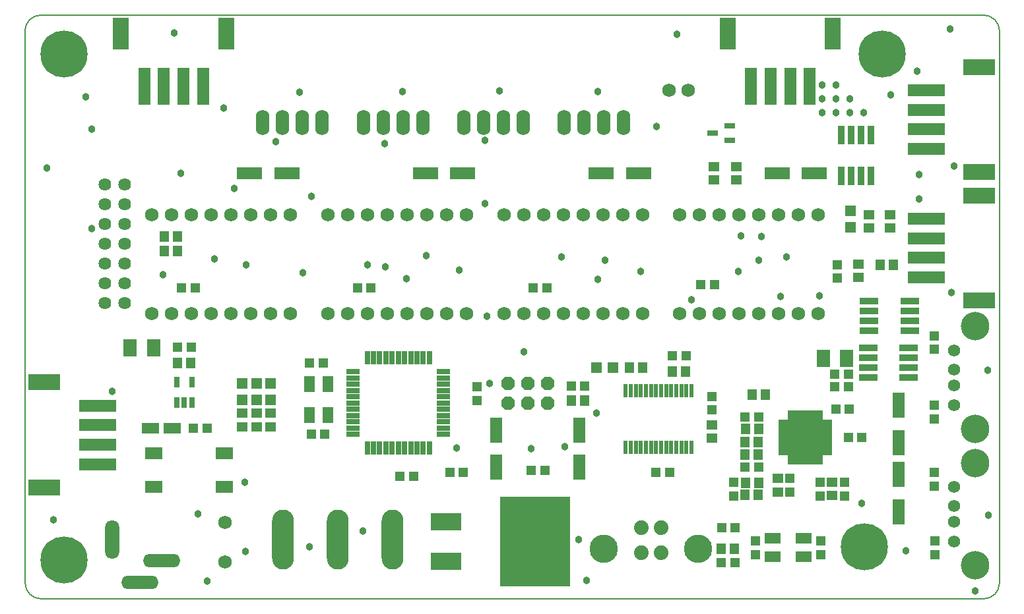
<source format=gts>
%FSLAX23Y23*%
%MOIN*%
G70*
G01*
G75*
G04 Layer_Color=8388736*
%ADD10C,0.008*%
%ADD11C,0.020*%
%ADD12C,0.010*%
%ADD13C,0.030*%
%ADD14R,0.048X0.048*%
%ADD15R,0.048X0.048*%
%ADD16R,0.071X0.048*%
%ADD17R,0.048X0.071*%
%ADD18R,0.087X0.024*%
%ADD19R,0.038X0.012*%
%ADD20R,0.012X0.038*%
%ADD21R,0.173X0.173*%
%ADD22R,0.060X0.020*%
%ADD23R,0.020X0.060*%
%ADD24R,0.022X0.048*%
%ADD25R,0.016X0.060*%
%ADD26R,0.150X0.082*%
%ADD27R,0.350X0.450*%
%ADD28R,0.083X0.052*%
%ADD29R,0.040X0.044*%
%ADD30R,0.044X0.040*%
%ADD31R,0.024X0.087*%
%ADD32R,0.046X0.021*%
%ADD33R,0.178X0.052*%
%ADD34R,0.154X0.071*%
%ADD35R,0.052X0.178*%
%ADD36R,0.071X0.154*%
%ADD37R,0.056X0.119*%
%ADD38R,0.043X0.042*%
%ADD39R,0.042X0.043*%
%ADD40R,0.060X0.079*%
%ADD41R,0.119X0.056*%
%ADD42R,0.079X0.048*%
%ADD43C,0.040*%
%ADD44C,0.012*%
%ADD45C,0.015*%
%ADD46C,0.006*%
%ADD47O,0.060X0.120*%
%ADD48C,0.054*%
%ADD49C,0.137*%
%ADD50C,0.060*%
%ADD51O,0.102X0.295*%
%ADD52O,0.181X0.059*%
%ADD53O,0.063X0.189*%
%ADD54C,0.066*%
%ADD55C,0.135*%
%ADD56P,0.065X8X22.5*%
%ADD57C,0.230*%
%ADD58C,0.056*%
%ADD59C,0.030*%
%ADD60C,0.040*%
%ADD61C,0.000*%
%ADD62C,0.004*%
%ADD63C,0.005*%
%ADD64R,0.006X0.012*%
%ADD65R,0.006X0.012*%
%ADD66R,0.012X0.012*%
%ADD67R,0.008X0.008*%
%ADD68R,0.098X0.056*%
%ADD69R,0.056X0.056*%
%ADD70R,0.056X0.056*%
%ADD71R,0.079X0.056*%
%ADD72R,0.056X0.079*%
%ADD73R,0.095X0.032*%
%ADD74R,0.046X0.020*%
%ADD75R,0.020X0.046*%
%ADD76R,0.181X0.181*%
%ADD77R,0.068X0.028*%
%ADD78R,0.028X0.068*%
%ADD79R,0.030X0.056*%
%ADD80R,0.024X0.068*%
%ADD81R,0.158X0.090*%
%ADD82R,0.358X0.458*%
%ADD83R,0.091X0.060*%
%ADD84R,0.048X0.052*%
%ADD85R,0.052X0.048*%
%ADD86R,0.032X0.095*%
%ADD87R,0.054X0.029*%
%ADD88R,0.186X0.060*%
%ADD89R,0.162X0.079*%
%ADD90R,0.060X0.186*%
%ADD91R,0.079X0.162*%
%ADD92R,0.064X0.127*%
%ADD93R,0.051X0.050*%
%ADD94R,0.050X0.051*%
%ADD95R,0.068X0.087*%
%ADD96R,0.127X0.064*%
%ADD97R,0.087X0.056*%
%ADD98O,0.068X0.128*%
%ADD99C,0.062*%
%ADD100C,0.144*%
%ADD101C,0.068*%
%ADD102O,0.110X0.303*%
%ADD103O,0.189X0.067*%
%ADD104O,0.071X0.197*%
%ADD105C,0.074*%
%ADD106C,0.143*%
%ADD107P,0.074X8X22.5*%
%ADD108C,0.238*%
%ADD109C,0.064*%
%ADD110C,0.038*%
D46*
X79Y2953D02*
G03*
X0Y2875I-1J-79D01*
G01*
X4922D02*
G03*
X4843Y2953I-79J-1D01*
G01*
Y0D02*
G03*
X4922Y79I0J79D01*
G01*
X0D02*
G03*
X79Y0I79J0D01*
G01*
Y2953D02*
X4843D01*
X4922Y79D02*
Y2875D01*
X79Y0D02*
X4843D01*
X0Y79D02*
Y2875D01*
D69*
X4170Y1964D02*
D03*
Y1881D02*
D03*
X1240Y1090D02*
D03*
Y1007D02*
D03*
X1168Y1090D02*
D03*
Y1007D02*
D03*
X1096Y1090D02*
D03*
Y1007D02*
D03*
D70*
X2886Y1170D02*
D03*
X2969D02*
D03*
D71*
X3934Y212D02*
D03*
X3776D02*
D03*
X3934Y307D02*
D03*
X3776D02*
D03*
D72*
X1530Y1087D02*
D03*
Y929D02*
D03*
X1435Y1087D02*
D03*
Y929D02*
D03*
D73*
X4263Y1456D02*
D03*
X4468D02*
D03*
X4263Y1506D02*
D03*
Y1406D02*
D03*
Y1356D02*
D03*
X4468Y1506D02*
D03*
Y1406D02*
D03*
Y1356D02*
D03*
X4259Y1220D02*
D03*
X4464D02*
D03*
X4259Y1270D02*
D03*
Y1170D02*
D03*
Y1120D02*
D03*
X4464Y1270D02*
D03*
Y1170D02*
D03*
Y1120D02*
D03*
D74*
X4054Y737D02*
D03*
Y757D02*
D03*
Y777D02*
D03*
Y796D02*
D03*
Y816D02*
D03*
Y836D02*
D03*
Y855D02*
D03*
Y875D02*
D03*
Y895D02*
D03*
X3828D02*
D03*
Y875D02*
D03*
Y855D02*
D03*
Y836D02*
D03*
Y816D02*
D03*
Y796D02*
D03*
Y777D02*
D03*
Y757D02*
D03*
Y737D02*
D03*
D75*
X4020Y929D02*
D03*
X4000D02*
D03*
X3980D02*
D03*
X3961D02*
D03*
X3941D02*
D03*
X3921D02*
D03*
X3902D02*
D03*
X3882D02*
D03*
X3862D02*
D03*
Y703D02*
D03*
X3882D02*
D03*
X3902D02*
D03*
X3921D02*
D03*
X3941D02*
D03*
X3961D02*
D03*
X3980D02*
D03*
X4000D02*
D03*
X4020D02*
D03*
D76*
X3941Y816D02*
D03*
D77*
X1657Y1148D02*
D03*
Y1116D02*
D03*
Y1085D02*
D03*
Y1053D02*
D03*
Y1022D02*
D03*
Y990D02*
D03*
Y959D02*
D03*
Y927D02*
D03*
Y896D02*
D03*
Y864D02*
D03*
Y833D02*
D03*
X2114D02*
D03*
Y864D02*
D03*
Y896D02*
D03*
Y927D02*
D03*
Y959D02*
D03*
Y990D02*
D03*
Y1022D02*
D03*
Y1053D02*
D03*
Y1085D02*
D03*
Y1116D02*
D03*
Y1148D02*
D03*
D78*
X1728Y762D02*
D03*
X1759D02*
D03*
X1791D02*
D03*
X1822D02*
D03*
X1854D02*
D03*
X1885D02*
D03*
X1917D02*
D03*
X1948D02*
D03*
X1980D02*
D03*
X2011D02*
D03*
X2043D02*
D03*
Y1219D02*
D03*
X2011D02*
D03*
X1980D02*
D03*
X1948D02*
D03*
X1917D02*
D03*
X1885D02*
D03*
X1854D02*
D03*
X1822D02*
D03*
X1791D02*
D03*
X1759D02*
D03*
X1728D02*
D03*
D79*
X767Y1097D02*
D03*
X842D02*
D03*
Y994D02*
D03*
X804D02*
D03*
X767D02*
D03*
D80*
X3034Y766D02*
D03*
X3059D02*
D03*
X3085D02*
D03*
X3110D02*
D03*
X3136D02*
D03*
X3162D02*
D03*
X3187D02*
D03*
X3213D02*
D03*
X3239D02*
D03*
X3264D02*
D03*
X3290D02*
D03*
X3316D02*
D03*
X3341D02*
D03*
X3367D02*
D03*
Y1052D02*
D03*
X3341D02*
D03*
X3316D02*
D03*
X3290D02*
D03*
X3264D02*
D03*
X3239D02*
D03*
X3213D02*
D03*
X3187D02*
D03*
X3162D02*
D03*
X3136D02*
D03*
X3110D02*
D03*
X3085D02*
D03*
X3059D02*
D03*
X3034D02*
D03*
D81*
X2125Y391D02*
D03*
Y191D02*
D03*
D82*
X2575Y291D02*
D03*
D83*
X1007Y565D02*
D03*
Y735D02*
D03*
X648Y565D02*
D03*
Y735D02*
D03*
D84*
X3517Y252D02*
D03*
X3584D02*
D03*
X3637Y794D02*
D03*
X3704D02*
D03*
X3638Y858D02*
D03*
X3705D02*
D03*
X3673Y1033D02*
D03*
X3740D02*
D03*
X3704Y730D02*
D03*
X3637D02*
D03*
X3638Y587D02*
D03*
X3705D02*
D03*
X3637Y525D02*
D03*
X3704D02*
D03*
X769Y1760D02*
D03*
X702D02*
D03*
X769Y1832D02*
D03*
X702D02*
D03*
X4320Y1691D02*
D03*
X4387D02*
D03*
X2758Y1003D02*
D03*
X2825D02*
D03*
X837Y1194D02*
D03*
X770D02*
D03*
X3121Y1170D02*
D03*
X3054D02*
D03*
X3270Y1149D02*
D03*
X3337D02*
D03*
D85*
X4077Y522D02*
D03*
Y589D02*
D03*
X3803Y608D02*
D03*
Y541D02*
D03*
X4368Y1876D02*
D03*
Y1943D02*
D03*
X4264Y1942D02*
D03*
Y1875D02*
D03*
X3592Y2119D02*
D03*
Y2186D02*
D03*
X3480Y2185D02*
D03*
Y2118D02*
D03*
X4210Y1625D02*
D03*
Y1692D02*
D03*
X1168Y871D02*
D03*
Y938D02*
D03*
X1096Y871D02*
D03*
Y938D02*
D03*
X3470Y814D02*
D03*
Y881D02*
D03*
X1240Y871D02*
D03*
Y938D02*
D03*
D86*
X4174Y2140D02*
D03*
Y2345D02*
D03*
X4124Y2140D02*
D03*
X4224D02*
D03*
X4274D02*
D03*
X4124Y2345D02*
D03*
X4224D02*
D03*
X4274D02*
D03*
D87*
X3560Y2320D02*
D03*
Y2394D02*
D03*
X3474Y2357D02*
D03*
D88*
X4553Y2375D02*
D03*
Y2277D02*
D03*
Y2474D02*
D03*
Y2573D02*
D03*
Y1725D02*
D03*
Y1627D02*
D03*
Y1824D02*
D03*
Y1923D02*
D03*
X365Y879D02*
D03*
Y977D02*
D03*
Y780D02*
D03*
Y681D02*
D03*
D89*
X4821Y2159D02*
D03*
Y2691D02*
D03*
Y1509D02*
D03*
Y2041D02*
D03*
X97Y1095D02*
D03*
Y563D02*
D03*
D90*
X3865Y2592D02*
D03*
X3963D02*
D03*
X3766D02*
D03*
X3667D02*
D03*
X800D02*
D03*
X898D02*
D03*
X701D02*
D03*
X602D02*
D03*
D91*
X4081Y2860D02*
D03*
X3549D02*
D03*
X1016D02*
D03*
X484D02*
D03*
D92*
X4412Y441D02*
D03*
Y630D02*
D03*
X4413Y978D02*
D03*
Y789D02*
D03*
X2800Y665D02*
D03*
Y854D02*
D03*
X2380Y665D02*
D03*
Y854D02*
D03*
D93*
X4594Y638D02*
D03*
Y569D02*
D03*
X4596Y293D02*
D03*
Y224D02*
D03*
X4594Y1331D02*
D03*
Y1262D02*
D03*
Y978D02*
D03*
Y909D02*
D03*
X4017Y590D02*
D03*
Y521D02*
D03*
X3580Y590D02*
D03*
Y521D02*
D03*
X3689Y223D02*
D03*
Y292D02*
D03*
X4018Y293D02*
D03*
Y224D02*
D03*
X3864Y610D02*
D03*
Y541D02*
D03*
X4139Y589D02*
D03*
Y520D02*
D03*
X4104Y1622D02*
D03*
Y1691D02*
D03*
X2282Y1003D02*
D03*
Y1072D02*
D03*
X3470Y955D02*
D03*
Y1024D02*
D03*
D94*
X3518Y359D02*
D03*
X3587D02*
D03*
X3516Y183D02*
D03*
X3585D02*
D03*
X4090Y1074D02*
D03*
X4159D02*
D03*
X3705Y666D02*
D03*
X3636D02*
D03*
X4158Y816D02*
D03*
X4227D02*
D03*
X4095Y958D02*
D03*
X4164D02*
D03*
X3706Y919D02*
D03*
X3637D02*
D03*
X4090Y1137D02*
D03*
X4159D02*
D03*
X3414Y1588D02*
D03*
X3483D02*
D03*
X2566Y1572D02*
D03*
X2635D02*
D03*
X1678D02*
D03*
X1747D02*
D03*
X790D02*
D03*
X859D02*
D03*
X1893Y620D02*
D03*
X1962D02*
D03*
X1514Y832D02*
D03*
X1445D02*
D03*
X1506Y1192D02*
D03*
X1437D02*
D03*
X770Y1274D02*
D03*
X839D02*
D03*
X2827Y1076D02*
D03*
X2758D02*
D03*
X849Y863D02*
D03*
X918D02*
D03*
X2626Y650D02*
D03*
X2557D02*
D03*
X3269Y1228D02*
D03*
X3338D02*
D03*
X3186Y640D02*
D03*
X3255D02*
D03*
X2214D02*
D03*
X2145D02*
D03*
D95*
X4032Y1217D02*
D03*
X4151D02*
D03*
X650Y1271D02*
D03*
X531D02*
D03*
D96*
X3987Y2152D02*
D03*
X3798D02*
D03*
X3099D02*
D03*
X2910D02*
D03*
X2211D02*
D03*
X2022D02*
D03*
X1323D02*
D03*
X1134D02*
D03*
D97*
X632Y863D02*
D03*
X743D02*
D03*
D98*
X2516Y2411D02*
D03*
X2416D02*
D03*
X2316D02*
D03*
X2216D02*
D03*
X2008D02*
D03*
X1908D02*
D03*
X1808D02*
D03*
X1708D02*
D03*
X1500D02*
D03*
X1400D02*
D03*
X1300D02*
D03*
X1200D02*
D03*
X3024D02*
D03*
X2924D02*
D03*
X2824D02*
D03*
X2724D02*
D03*
D99*
X4693Y981D02*
D03*
Y1079D02*
D03*
Y1158D02*
D03*
Y1257D02*
D03*
Y290D02*
D03*
Y388D02*
D03*
Y468D02*
D03*
Y566D02*
D03*
D100*
X4800Y1378D02*
D03*
Y860D02*
D03*
Y687D02*
D03*
Y169D02*
D03*
D101*
X3118Y1942D02*
D03*
X3018D02*
D03*
X2918D02*
D03*
X2818D02*
D03*
X2718D02*
D03*
X2618D02*
D03*
X2518D02*
D03*
X2418D02*
D03*
Y1442D02*
D03*
X2518D02*
D03*
X2618D02*
D03*
X2718D02*
D03*
X2818D02*
D03*
X2918D02*
D03*
X3018D02*
D03*
X3118D02*
D03*
X2230Y1942D02*
D03*
X2130D02*
D03*
X2030D02*
D03*
X1930D02*
D03*
X1830D02*
D03*
X1730D02*
D03*
X1630D02*
D03*
X1530D02*
D03*
Y1442D02*
D03*
X1630D02*
D03*
X1730D02*
D03*
X1830D02*
D03*
X1930D02*
D03*
X2030D02*
D03*
X2130D02*
D03*
X2230D02*
D03*
X1341Y1944D02*
D03*
X1241D02*
D03*
X1141D02*
D03*
X1041D02*
D03*
X941D02*
D03*
X841D02*
D03*
X741D02*
D03*
X641D02*
D03*
Y1444D02*
D03*
X741D02*
D03*
X841D02*
D03*
X941D02*
D03*
X1041D02*
D03*
X1141D02*
D03*
X1241D02*
D03*
X1341D02*
D03*
X4006Y1942D02*
D03*
X3906D02*
D03*
X3806D02*
D03*
X3706D02*
D03*
X3606D02*
D03*
X3506D02*
D03*
X3406D02*
D03*
X3306D02*
D03*
Y1442D02*
D03*
X3406D02*
D03*
X3506D02*
D03*
X3606D02*
D03*
X3706D02*
D03*
X3806D02*
D03*
X3906D02*
D03*
X4006D02*
D03*
X1010Y187D02*
D03*
Y387D02*
D03*
X3252Y2574D02*
D03*
X3350D02*
D03*
D102*
X1857Y300D02*
D03*
X1580D02*
D03*
X1303D02*
D03*
D103*
X689Y194D02*
D03*
X579Y83D02*
D03*
D104*
X441Y300D02*
D03*
D105*
X3212Y233D02*
D03*
Y359D02*
D03*
X3114D02*
D03*
Y233D02*
D03*
D106*
X2924Y253D02*
D03*
X3398D02*
D03*
D107*
X2640Y1090D02*
D03*
Y990D02*
D03*
X2540Y1090D02*
D03*
Y990D02*
D03*
X2440Y1090D02*
D03*
Y990D02*
D03*
D108*
X4331Y2756D02*
D03*
X197D02*
D03*
X4238Y263D02*
D03*
X197Y197D02*
D03*
D109*
X403Y2097D02*
D03*
X503D02*
D03*
X403Y1997D02*
D03*
X503D02*
D03*
X403Y1897D02*
D03*
X503D02*
D03*
X403Y1797D02*
D03*
X503D02*
D03*
X403Y1697D02*
D03*
X503D02*
D03*
X403Y1597D02*
D03*
X503D02*
D03*
X403Y1497D02*
D03*
X503D02*
D03*
D110*
X3965Y839D02*
D03*
X2887Y941D02*
D03*
X441Y1048D02*
D03*
X2178Y764D02*
D03*
X3366Y1514D02*
D03*
X4014Y1532D02*
D03*
X3816Y1529D02*
D03*
X2322Y2319D02*
D03*
X1815Y2302D02*
D03*
X1057Y2077D02*
D03*
X1265Y2314D02*
D03*
X1730Y1688D02*
D03*
X1818Y1678D02*
D03*
X335Y1872D02*
D03*
X2519Y1250D02*
D03*
X2346Y1088D02*
D03*
X2727Y768D02*
D03*
X873Y430D02*
D03*
X335Y2377D02*
D03*
X1002Y2484D02*
D03*
X753Y2862D02*
D03*
X1385Y2562D02*
D03*
X1907Y2567D02*
D03*
X2396Y2569D02*
D03*
X2894Y2567D02*
D03*
X3292Y2857D02*
D03*
X3190Y2389D02*
D03*
X1445Y2036D02*
D03*
X2322Y1998D02*
D03*
X4225Y483D02*
D03*
X2556Y759D02*
D03*
X111Y2179D02*
D03*
X144Y401D02*
D03*
X1707Y344D02*
D03*
X1436Y263D02*
D03*
X2837Y94D02*
D03*
X2796Y301D02*
D03*
X4515Y2146D02*
D03*
X4507Y2668D02*
D03*
X4672Y2883D02*
D03*
X4372Y2551D02*
D03*
X3847Y1731D02*
D03*
X3705Y1712D02*
D03*
X3604Y1655D02*
D03*
X3109D02*
D03*
X2894Y1617D02*
D03*
X2708Y1731D02*
D03*
X2027Y1736D02*
D03*
X1402Y1650D02*
D03*
X2194Y1664D02*
D03*
X306Y2541D02*
D03*
X2334Y1429D02*
D03*
X4799Y41D02*
D03*
X4865Y423D02*
D03*
X4864Y1155D02*
D03*
X957Y1720D02*
D03*
X4448Y243D02*
D03*
X4516Y2024D02*
D03*
X4680Y1550D02*
D03*
X4692Y2188D02*
D03*
X2931Y1712D02*
D03*
X1925Y1618D02*
D03*
X787Y2153D02*
D03*
X697Y1641D02*
D03*
X1115Y1690D02*
D03*
X1110Y589D02*
D03*
X918Y89D02*
D03*
X1112Y239D02*
D03*
X3872Y839D02*
D03*
X3917D02*
D03*
X4010D02*
D03*
X3872Y791D02*
D03*
X3917D02*
D03*
X4010D02*
D03*
X3965D02*
D03*
X3872Y746D02*
D03*
X3917D02*
D03*
X4010D02*
D03*
X3965D02*
D03*
Y884D02*
D03*
X4010D02*
D03*
X3917D02*
D03*
X3872D02*
D03*
X4165Y2530D02*
D03*
Y2460D02*
D03*
X4235D02*
D03*
X4025D02*
D03*
X4095D02*
D03*
X4025Y2530D02*
D03*
X4095D02*
D03*
Y2600D02*
D03*
X4025D02*
D03*
X3720Y1834D02*
D03*
X3616Y1836D02*
D03*
M02*

</source>
